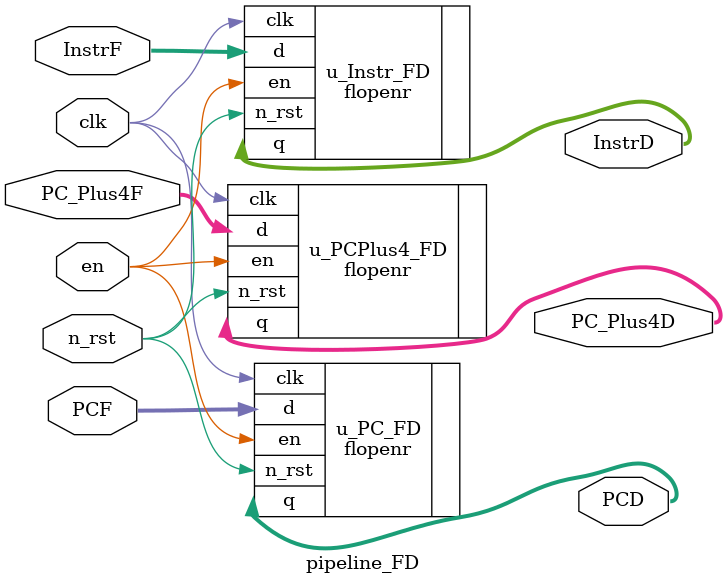
<source format=v>
module pipeline_FD(
    clk,
    n_rst,
    en,
//     clr,
    InstrF,
    PCF,
    PC_Plus4F,
    InstrD,
    PCD,
    PC_Plus4D
);

parameter   RESET_PC = 32'h1000_0000;

input clk, n_rst, en/*, clr*/;
input [31:0] InstrF, PCF, PC_Plus4F;

output [31:0] InstrD, PCD, PC_Plus4D;

flopenr # (
        .RESET_VALUE (32'h0000_0033),
        .WIDTH(32)
) u_Instr_FD(
        .clk(clk),
        .n_rst(n_rst),
        .en(en),
        // .clr(clr),
        .d(InstrF),
        .q(InstrD)
    );

flopenr # (
        .RESET_VALUE (RESET_PC),
        .WIDTH(32)
) u_PC_FD(
        .clk(clk),
        .n_rst(n_rst),
        .en(en),
        // .clr(clr),
        .d(PCF),
        .q(PCD)
    );

flopenr # (
        .RESET_VALUE (RESET_PC + 32'h4),
        .WIDTH(32)
) u_PCPlus4_FD(
        .clk(clk),
        .n_rst(n_rst),
        .en(en),
        // .clr(clr),
        .d(PC_Plus4F),
        .q(PC_Plus4D)
    );

endmodule
</source>
